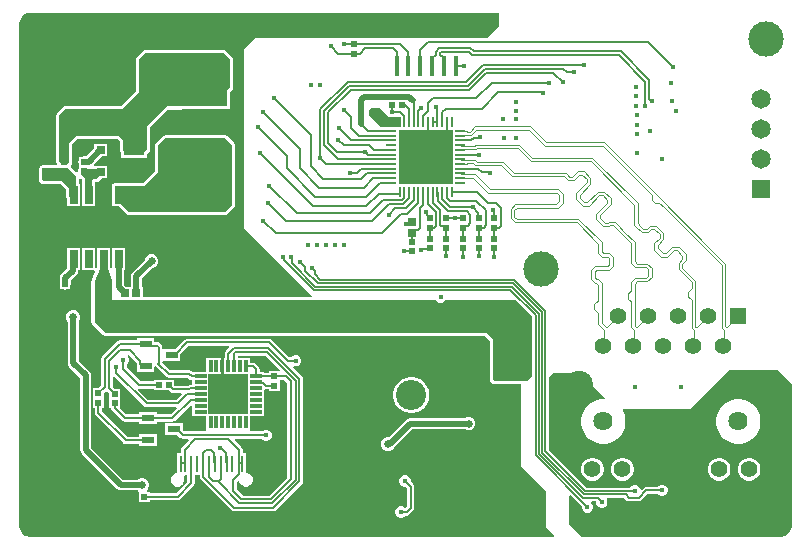
<source format=gbl>
G04*
G04 #@! TF.GenerationSoftware,Altium Limited,Altium Designer,23.8.1 (32)*
G04*
G04 Layer_Physical_Order=4*
G04 Layer_Color=16711680*
%FSLAX44Y44*%
%MOMM*%
G71*
G04*
G04 #@! TF.SameCoordinates,4EFDB198-7814-4870-AD9F-EEE93015B5C1*
G04*
G04*
G04 #@! TF.FilePolarity,Positive*
G04*
G01*
G75*
%ADD12C,0.1500*%
%ADD14C,0.2000*%
%ADD21R,0.4725X0.4682*%
%ADD23R,0.4682X0.4725*%
%ADD24R,0.7154X0.6725*%
%ADD26R,0.6725X0.7154*%
%ADD68C,0.1519*%
%ADD69C,0.1565*%
%ADD71C,0.5000*%
%ADD72C,0.1560*%
%ADD76O,1.0000X1.8000*%
%ADD77O,1.0000X2.1000*%
%ADD78C,3.0000*%
%ADD79C,1.4000*%
%ADD80R,1.4000X1.4000*%
%ADD81C,1.6250*%
%ADD82C,2.4000*%
%ADD83C,2.5500*%
%ADD84C,1.5000*%
%ADD85R,1.6500X1.6500*%
%ADD86C,1.6500*%
%ADD87C,0.4500*%
%ADD88C,0.6500*%
%ADD89R,0.2500X1.4500*%
%ADD90R,4.6500X4.6500*%
%ADD91R,0.2000X0.8500*%
%ADD92R,0.8500X0.2000*%
%ADD93R,3.1000X2.2000*%
%ADD94R,5.7000X1.6000*%
%ADD95R,1.8062X1.6039*%
%ADD96R,0.4000X1.8000*%
%ADD97R,2.0000X1.5000*%
%ADD98R,0.6500X1.5250*%
%ADD99R,3.1000X2.4000*%
%ADD100R,1.1000X1.3500*%
%ADD101R,3.3500X3.3500*%
%ADD102R,1.0000X0.3000*%
%ADD103R,0.3000X1.0000*%
%ADD104R,1.1000X0.6000*%
%ADD105C,0.1180*%
%ADD106C,0.1800*%
G36*
X314391Y360359D02*
X314421Y360287D01*
X315768Y358939D01*
X315841Y358909D01*
X316500Y358250D01*
X317432D01*
X317529Y358210D01*
X319434D01*
X319531Y358250D01*
X325250D01*
X325941Y357559D01*
Y354250D01*
X326000Y353955D01*
Y351250D01*
X324750Y350000D01*
X309500D01*
X299000Y360500D01*
Y364250D01*
X301000Y366250D01*
X308500D01*
X314391Y360359D01*
D02*
G37*
G36*
X409500Y435750D02*
X399000Y425250D01*
X202250Y425250D01*
X193500Y416500D01*
Y265000D01*
X251237Y207263D01*
X250751Y206090D01*
X107648D01*
Y214862D01*
X106659D01*
Y221671D01*
X115699Y230710D01*
X116152D01*
X118280Y231591D01*
X119909Y233220D01*
X120790Y235348D01*
Y237652D01*
X119909Y239780D01*
X118280Y241409D01*
X116152Y242290D01*
X113848D01*
X111720Y241409D01*
X110091Y239780D01*
X109210Y237652D01*
Y237199D01*
X98827Y226815D01*
X97832Y225327D01*
X97483Y223571D01*
Y214862D01*
X93412D01*
X91638Y216636D01*
Y228755D01*
X92300D01*
Y248005D01*
X81800D01*
Y231651D01*
X80530Y231081D01*
X80212Y231364D01*
X80072Y232554D01*
X79962Y232892D01*
X79893Y233241D01*
X79807Y233369D01*
X79760Y233515D01*
X79600Y233702D01*
Y248005D01*
X69100D01*
Y233644D01*
X68991Y233517D01*
X68944Y233370D01*
X68857Y233241D01*
X68788Y232893D01*
X68678Y232556D01*
X68526Y231273D01*
X68170Y230947D01*
X66900Y231505D01*
Y248005D01*
X56400D01*
Y228755D01*
X66231D01*
X67113Y227573D01*
X64361Y221000D01*
X64360Y220995D01*
X64357Y220991D01*
X64259Y220498D01*
X64160Y220010D01*
X64161Y220005D01*
X64160Y220000D01*
Y198625D01*
Y184925D01*
X64162Y184914D01*
X64160Y184903D01*
X64261Y184418D01*
X64357Y183934D01*
X64363Y183925D01*
X64366Y183914D01*
X64644Y183505D01*
X64919Y183094D01*
X64928Y183088D01*
X64934Y183078D01*
X74265Y173903D01*
X74678Y173633D01*
X75089Y173357D01*
X75100Y173355D01*
X75110Y173349D01*
X75595Y173257D01*
X76080Y173160D01*
X397177D01*
X401160Y169177D01*
Y136750D01*
X401224Y136432D01*
X401241Y136107D01*
X401321Y135940D01*
X401357Y135759D01*
X401538Y135489D01*
X401678Y135196D01*
X403178Y133196D01*
X403316Y133073D01*
X403419Y132919D01*
X403689Y132738D01*
X403931Y132522D01*
X404105Y132460D01*
X404259Y132357D01*
X404577Y132294D01*
X404884Y132186D01*
X405069Y132196D01*
X405250Y132160D01*
X428000D01*
Y62500D01*
X448750Y41750D01*
Y11500D01*
X456018Y4232D01*
X455532Y3059D01*
X11750D01*
X9888Y3429D01*
X8133Y4156D01*
X6554Y5211D01*
X5211Y6554D01*
X4156Y8133D01*
X3429Y9888D01*
X3059Y11750D01*
Y12700D01*
Y437300D01*
Y438250D01*
X3429Y440112D01*
X4156Y441867D01*
X5211Y443446D01*
X6554Y444789D01*
X8133Y445844D01*
X9888Y446571D01*
X11750Y446941D01*
X409500D01*
Y435750D01*
D02*
G37*
G36*
X77750Y230132D02*
X81750Y220250D01*
Y203500D01*
X355726D01*
X357037Y202189D01*
X358797Y201460D01*
X360703D01*
X362463Y202189D01*
X363774Y203500D01*
X422985D01*
X429162Y197871D01*
X437250Y189783D01*
Y138750D01*
X433250Y134750D01*
X405250D01*
X403750Y136750D01*
Y170250D01*
X398250Y175750D01*
X76080D01*
X66750Y184925D01*
Y196750D01*
Y220000D01*
X71000Y230153D01*
X71250Y232250D01*
X77500D01*
X77750Y230132D01*
D02*
G37*
G36*
X656941Y132309D02*
Y12700D01*
Y11750D01*
X656571Y9888D01*
X655844Y8133D01*
X654789Y6554D01*
X653446Y5211D01*
X651867Y4156D01*
X650112Y3429D01*
X648250Y3059D01*
X479785D01*
X468500Y13750D01*
Y37987D01*
X469770Y38513D01*
X479317Y28966D01*
Y27461D01*
X480046Y25700D01*
X481394Y24353D01*
X483154Y23624D01*
X485060D01*
X486820Y24353D01*
X488168Y25700D01*
X488897Y27461D01*
Y29366D01*
X488168Y31127D01*
X487159Y32136D01*
X487637Y33406D01*
X491324D01*
X491460Y33203D01*
Y31297D01*
X492189Y29537D01*
X493537Y28189D01*
X495297Y27460D01*
X497203D01*
X498963Y28189D01*
X500311Y29537D01*
X501040Y31297D01*
Y33203D01*
X500311Y34963D01*
X500271Y35003D01*
X500757Y36176D01*
X515143D01*
X517052Y34267D01*
X517962Y33660D01*
X519035Y33446D01*
X527500D01*
X528573Y33660D01*
X529483Y34267D01*
X534911Y39696D01*
X543280D01*
X544537Y38439D01*
X546297Y37710D01*
X548203D01*
X549963Y38439D01*
X551311Y39787D01*
X552040Y41547D01*
Y43453D01*
X551311Y45213D01*
X549963Y46561D01*
X548203Y47290D01*
X546297D01*
X544537Y46561D01*
X543280Y45304D01*
X533750D01*
X532677Y45090D01*
X531767Y44483D01*
X529985Y42701D01*
X528766Y43277D01*
X528083Y44926D01*
X526735Y46274D01*
X524975Y47003D01*
X523069D01*
X521309Y46274D01*
X519961Y44926D01*
X519807Y44554D01*
X483411D01*
X451304Y76661D01*
Y138038D01*
X455480Y142000D01*
X478000D01*
X499090Y120910D01*
X498564Y119640D01*
X495649D01*
X492019Y118918D01*
X488600Y117501D01*
X485522Y115445D01*
X482905Y112828D01*
X480849Y109750D01*
X479432Y106331D01*
X478710Y102701D01*
Y98999D01*
X479432Y95369D01*
X480849Y91950D01*
X482905Y88872D01*
X485522Y86255D01*
X488600Y84199D01*
X492019Y82782D01*
X495649Y82060D01*
X499351D01*
X502981Y82782D01*
X506400Y84199D01*
X509478Y86255D01*
X512095Y88872D01*
X514151Y91950D01*
X515568Y95369D01*
X516290Y98999D01*
Y102701D01*
X515568Y106331D01*
X514151Y109750D01*
X513898Y110130D01*
X514496Y111250D01*
X571250D01*
X604250Y144250D01*
Y144750D01*
X644500D01*
X656941Y132309D01*
D02*
G37*
%LPC*%
G36*
X109250Y415090D02*
X108259Y414893D01*
X107419Y414331D01*
X102419Y409331D01*
X101857Y408491D01*
X101660Y407500D01*
X101660Y380323D01*
X89427Y368090D01*
X42000Y368090D01*
X41009Y367893D01*
X40169Y367331D01*
X35169Y362331D01*
X34607Y361491D01*
X34410Y360500D01*
X34410Y320500D01*
X34607Y319509D01*
X34874Y319110D01*
X34297Y317840D01*
X23250Y317840D01*
X22259Y317643D01*
X21419Y317081D01*
X21407Y317069D01*
X20388D01*
Y316050D01*
X20169Y315831D01*
X19607Y314991D01*
X19410Y314000D01*
X19410Y305750D01*
X19607Y304759D01*
X20169Y303919D01*
X21419Y302669D01*
X22259Y302107D01*
X23250Y301910D01*
X38177D01*
X42910Y297177D01*
Y291250D01*
X43107Y290259D01*
X43669Y289419D01*
X43700Y289398D01*
Y282995D01*
X54200D01*
Y302245D01*
X53840D01*
Y306452D01*
X54943Y306909D01*
X55910Y306119D01*
Y294500D01*
X56107Y293509D01*
X56400Y293071D01*
Y282995D01*
X66900D01*
Y293146D01*
X67143Y293509D01*
X67340Y294500D01*
Y303160D01*
X68605D01*
X68734Y303186D01*
X68864Y303173D01*
X69226Y303284D01*
X69597Y303357D01*
X69706Y303430D01*
X69831Y303468D01*
X70122Y303709D01*
X70437Y303919D01*
X70510Y304028D01*
X70611Y304111D01*
X72676Y306638D01*
X77541D01*
Y317362D01*
X66647D01*
X66243Y317973D01*
X66098Y318610D01*
X72876Y325388D01*
X77541D01*
Y336112D01*
X66388D01*
Y331876D01*
X59871Y325360D01*
X57750D01*
X56507Y325112D01*
X53388D01*
Y321907D01*
X53162Y320771D01*
X53388Y319636D01*
Y315500D01*
X53178Y315221D01*
X53038Y314928D01*
X52857Y314658D01*
X52821Y314476D01*
X52741Y314309D01*
X52724Y313985D01*
X52660Y313667D01*
Y312048D01*
X51390Y311522D01*
X46424Y316488D01*
X46757Y317952D01*
X47081Y318169D01*
X47643Y319009D01*
X47840Y320000D01*
Y335677D01*
X51823Y339660D01*
X86677D01*
X88160Y338177D01*
Y330500D01*
X88357Y329509D01*
X88919Y328669D01*
X89469Y328119D01*
Y323992D01*
X111531D01*
Y327456D01*
X113331Y329256D01*
X113893Y330097D01*
X114090Y331087D01*
Y350177D01*
X128823Y364910D01*
X140000D01*
X140991Y365107D01*
X141205Y365250D01*
X181250D01*
Y379837D01*
X183581Y382169D01*
X184143Y383009D01*
X184340Y384000D01*
X184340Y407000D01*
X184142Y407991D01*
X183581Y408831D01*
X183581Y408831D01*
X178081Y414331D01*
X178081Y414331D01*
X177241Y414893D01*
X176250Y415090D01*
X109250Y415090D01*
D02*
G37*
G36*
X177500Y343090D02*
X126750D01*
X125759Y342893D01*
X124919Y342331D01*
X120837Y338250D01*
X120250D01*
Y337663D01*
X118919Y336331D01*
X118357Y335491D01*
X118160Y334500D01*
Y313073D01*
X109700Y304612D01*
X109274Y303976D01*
X108638Y303550D01*
X107677Y302590D01*
X84000D01*
X83009Y302393D01*
X82788Y302245D01*
X81800D01*
Y301279D01*
X81607Y300991D01*
X81410Y300000D01*
Y290000D01*
X81607Y289009D01*
X81800Y288721D01*
Y282995D01*
X87343D01*
X93919Y276419D01*
X94759Y275857D01*
X95750Y275660D01*
X177250D01*
X178241Y275857D01*
X179081Y276419D01*
X185081Y282419D01*
X185643Y283259D01*
X185840Y284250D01*
Y334750D01*
X185643Y335741D01*
X185081Y336581D01*
X179331Y342331D01*
X178491Y342893D01*
X177500Y343090D01*
D02*
G37*
G36*
X54200Y248005D02*
X43700D01*
Y238073D01*
X43612Y237630D01*
Y230350D01*
X38756Y225494D01*
X37761Y224006D01*
X37412Y222250D01*
Y217022D01*
X37638Y215886D01*
Y212681D01*
X40757D01*
X42000Y212433D01*
X43243Y212681D01*
X46362D01*
Y215886D01*
X46588Y217022D01*
Y220350D01*
X51444Y225206D01*
X52439Y226694D01*
X52788Y228450D01*
Y228755D01*
X54200D01*
Y248005D01*
D02*
G37*
G36*
X49902Y194790D02*
X47598D01*
X45470Y193909D01*
X43842Y192280D01*
X42960Y190152D01*
Y187848D01*
X43842Y185720D01*
X44162Y185400D01*
Y150250D01*
X44511Y148494D01*
X45506Y147006D01*
X54662Y137850D01*
Y76750D01*
X55011Y74994D01*
X56006Y73506D01*
X85756Y43756D01*
X87244Y42761D01*
X89000Y42412D01*
X103400D01*
X103720Y42091D01*
X103720Y42091D01*
X103863Y41984D01*
X104638Y41362D01*
Y32681D01*
X113362D01*
Y33963D01*
X137021D01*
X137022Y33963D01*
X138192Y34195D01*
X139184Y34859D01*
X150663Y46337D01*
X150663Y46337D01*
X151326Y47330D01*
X151559Y48500D01*
X151559Y48500D01*
Y55300D01*
X155691D01*
Y54000D01*
X155691Y54000D01*
X155924Y52829D01*
X156587Y51837D01*
X182837Y25587D01*
X182837Y25587D01*
X183829Y24924D01*
X185000Y24691D01*
X185000Y24691D01*
X217999D01*
X217999Y24691D01*
X219169Y24924D01*
X220162Y25587D01*
X242433Y47858D01*
X242433Y47858D01*
X243096Y48850D01*
X243329Y50021D01*
Y136730D01*
X243329Y136730D01*
X243096Y137900D01*
X242433Y138893D01*
X234817Y146509D01*
X235536Y147586D01*
X236060Y147369D01*
X237966D01*
X239726Y148098D01*
X241074Y149445D01*
X241803Y151206D01*
Y153111D01*
X241074Y154872D01*
X239726Y156219D01*
X237966Y156949D01*
X236060D01*
X234300Y156219D01*
X233389Y155309D01*
X231517D01*
X216913Y169913D01*
X215921Y170576D01*
X214750Y170809D01*
X214750Y170809D01*
X145250D01*
X144080Y170576D01*
X143087Y169913D01*
X143087Y169913D01*
X135174Y162000D01*
X124500D01*
X124059Y163087D01*
Y163828D01*
X124059Y163828D01*
X123826Y164999D01*
X123163Y165991D01*
X123163Y165991D01*
X121991Y167163D01*
X120999Y167826D01*
X119828Y168059D01*
X119828Y168059D01*
X117500D01*
Y171500D01*
X102500D01*
Y169559D01*
X88000D01*
X86830Y169326D01*
X85837Y168663D01*
X85837Y168663D01*
X73337Y156163D01*
X72674Y155170D01*
X72441Y154000D01*
X72441Y154000D01*
Y131288D01*
X70015Y128862D01*
X65638D01*
Y120181D01*
Y112138D01*
X66941D01*
Y108000D01*
X66941Y108000D01*
X67174Y106830D01*
X67837Y105837D01*
X91087Y82587D01*
X92079Y81924D01*
X93250Y81691D01*
X104250D01*
Y79750D01*
X119250D01*
Y89750D01*
X104250D01*
Y87809D01*
X94517D01*
X73059Y109267D01*
Y112138D01*
X74362D01*
Y124558D01*
X75914Y126109D01*
X77007Y126667D01*
X79388Y124287D01*
Y111888D01*
X80763D01*
X80924Y111080D01*
X81587Y110087D01*
X90087Y101587D01*
X90087Y101587D01*
X91079Y100924D01*
X92250Y100691D01*
X104250D01*
Y98750D01*
X119250D01*
Y100691D01*
X132750D01*
X132750Y100691D01*
X133920Y100924D01*
X134913Y101587D01*
X148230Y114904D01*
X149500Y114378D01*
Y105500D01*
X161500D01*
Y93500D01*
X161500D01*
X161262Y92329D01*
X142497D01*
X141250Y93576D01*
Y99250D01*
X126250D01*
Y89250D01*
X136924D01*
X139067Y87107D01*
X140059Y86444D01*
X141230Y86211D01*
X141230Y86211D01*
X146226D01*
X146712Y85038D01*
X140837Y79163D01*
X140174Y78170D01*
X139941Y77000D01*
X139941Y77000D01*
Y73800D01*
X136750D01*
Y57290D01*
X135948D01*
X133820Y56409D01*
X132191Y54780D01*
X131310Y52652D01*
Y50348D01*
X132191Y48220D01*
X133820Y46592D01*
X135948Y45710D01*
X138252D01*
X140380Y46592D01*
X142008Y48220D01*
X142890Y50348D01*
Y52652D01*
X142319Y54030D01*
X143148Y55300D01*
X145441D01*
Y49767D01*
X135754Y40080D01*
X113362D01*
Y41362D01*
X111347D01*
X110821Y42632D01*
X111909Y43720D01*
X112790Y45848D01*
Y48152D01*
X111909Y50280D01*
X110280Y51908D01*
X108152Y52790D01*
X105848D01*
X103720Y51908D01*
X103400Y51588D01*
X90900D01*
X63838Y78650D01*
Y139750D01*
X63489Y141506D01*
X62494Y142994D01*
X53338Y152150D01*
Y185400D01*
X53658Y185720D01*
X54540Y187848D01*
Y190152D01*
X53658Y192280D01*
X52030Y193909D01*
X49902Y194790D01*
D02*
G37*
G36*
X336506Y138410D02*
X333494D01*
X330540Y137822D01*
X327757Y136670D01*
X325253Y134997D01*
X323124Y132867D01*
X321450Y130363D01*
X320298Y127580D01*
X319710Y124626D01*
Y121614D01*
X320298Y118660D01*
X321450Y115878D01*
X323124Y113373D01*
X325253Y111243D01*
X327757Y109570D01*
X330540Y108418D01*
X333494Y107830D01*
X336506D01*
X339460Y108418D01*
X342243Y109570D01*
X344747Y111243D01*
X346876Y113373D01*
X348550Y115878D01*
X349702Y118660D01*
X350290Y121614D01*
Y124626D01*
X349702Y127580D01*
X348550Y130363D01*
X346876Y132867D01*
X344747Y134997D01*
X342243Y136670D01*
X339460Y137822D01*
X336506Y138410D01*
D02*
G37*
G36*
X384652Y104790D02*
X382348D01*
X380220Y103909D01*
X379900Y103588D01*
X334000D01*
X332244Y103239D01*
X330756Y102244D01*
X316114Y87603D01*
X314164D01*
X312036Y86721D01*
X310408Y85092D01*
X309526Y82964D01*
Y80661D01*
X310408Y78533D01*
X312036Y76904D01*
X314164Y76023D01*
X316468D01*
X318596Y76904D01*
X320224Y78533D01*
X320368Y78879D01*
X335900Y94412D01*
X379900D01*
X380220Y94092D01*
X382348Y93210D01*
X384652D01*
X386780Y94092D01*
X388409Y95720D01*
X389290Y97848D01*
Y100152D01*
X388409Y102280D01*
X386780Y103909D01*
X384652Y104790D01*
D02*
G37*
G36*
X330453Y55290D02*
X328547D01*
X326787Y54561D01*
X325439Y53213D01*
X324710Y51453D01*
Y49547D01*
X325439Y47787D01*
X326787Y46439D01*
X328547Y45710D01*
X329964D01*
X331441Y44233D01*
Y28958D01*
X329740Y27257D01*
X328840Y28157D01*
X327080Y28887D01*
X325174D01*
X323413Y28157D01*
X322066Y26810D01*
X321337Y25050D01*
Y23144D01*
X322066Y21383D01*
X323413Y20036D01*
X325174Y19307D01*
X327080D01*
X328840Y20036D01*
X329842Y21038D01*
X330905D01*
X330906Y21038D01*
X332076Y21271D01*
X333068Y21934D01*
X336663Y25528D01*
X336663Y25528D01*
X337326Y26521D01*
X337559Y27691D01*
X337559Y27691D01*
Y45500D01*
X337559Y45500D01*
X337326Y46670D01*
X336663Y47663D01*
X334290Y50036D01*
Y51453D01*
X333561Y53213D01*
X332213Y54561D01*
X330453Y55290D01*
D02*
G37*
%LPD*%
G36*
X176250Y412500D02*
X181750Y407000D01*
X181750Y384000D01*
X174000Y376250D01*
X142750D01*
X142750Y370250D01*
X140000Y367500D01*
X127750D01*
X111500Y351250D01*
Y331087D01*
X109163Y328750D01*
X92500D01*
X90750Y330500D01*
Y339250D01*
X87750Y342250D01*
X50750D01*
X45250Y336750D01*
Y320000D01*
X45000D01*
X43500Y318500D01*
X39000D01*
X38000Y319500D01*
X37000Y320500D01*
X37000Y360500D01*
X42000Y365500D01*
X90500Y365500D01*
X104625Y379625D01*
X104250Y380000D01*
X104250Y407500D01*
X109250Y412500D01*
X176250Y412500D01*
D02*
G37*
G36*
X72000Y313500D02*
Y309902D01*
X68605Y305750D01*
X65250D01*
X64750Y305250D01*
Y294500D01*
X64000Y293750D01*
X59000D01*
Y294000D01*
X58500Y294500D01*
Y299813D01*
Y307250D01*
X55250Y310500D01*
Y313667D01*
X56062Y314750D01*
X70750Y314750D01*
X72000Y313500D01*
D02*
G37*
G36*
X51250Y308000D02*
Y291500D01*
X51000Y291250D01*
X45500D01*
Y298250D01*
X39250Y304500D01*
X23250D01*
X22000Y305750D01*
X22000Y314000D01*
X23250Y315250D01*
X44000Y315250D01*
X51250Y308000D01*
D02*
G37*
G36*
X183250Y334750D02*
Y284250D01*
X177250Y278250D01*
X95750D01*
X84000Y290000D01*
Y290250D01*
Y300000D01*
X108750D01*
X110469Y301719D01*
X111531D01*
Y302781D01*
X120750Y312000D01*
Y334500D01*
X126750Y340500D01*
X177500D01*
X183250Y334750D01*
D02*
G37*
%LPC*%
G36*
X152750Y298838D02*
X148250D01*
X146494Y298489D01*
X145006Y297494D01*
X144011Y296006D01*
X143662Y294250D01*
X144011Y292494D01*
X145006Y291006D01*
X146494Y290011D01*
X148250Y289662D01*
X152750D01*
X154506Y290011D01*
X155994Y291006D01*
X156989Y292494D01*
X157338Y294250D01*
X156989Y296006D01*
X155994Y297494D01*
X154506Y298489D01*
X152750Y298838D01*
D02*
G37*
%LPD*%
G36*
X223456Y144593D02*
X222891Y143362D01*
X214638D01*
Y142070D01*
X210500D01*
Y142500D01*
X206559D01*
Y145000D01*
X206326Y146171D01*
X205663Y147163D01*
X205663Y147163D01*
X203163Y149663D01*
X202171Y150326D01*
X201000Y150559D01*
X201000Y150559D01*
X198500D01*
Y154500D01*
X188059D01*
Y156441D01*
X211609D01*
X223456Y144593D01*
D02*
G37*
G36*
X102500Y150674D02*
Y142500D01*
X117500D01*
Y147124D01*
X118331Y147510D01*
X118770Y147561D01*
X127494Y138837D01*
X127494Y138837D01*
X128486Y138174D01*
X129657Y137941D01*
X145733D01*
X146837Y136837D01*
X146837Y136837D01*
X147830Y136174D01*
X149000Y135941D01*
X149500Y134864D01*
Y132059D01*
X147713D01*
X146543Y131826D01*
X145551Y131163D01*
X145551Y131163D01*
X145469Y131081D01*
X134745D01*
X134112Y131713D01*
Y136112D01*
X117388D01*
Y134809D01*
X105767D01*
X94287Y146289D01*
Y149513D01*
X95061Y150287D01*
X95790Y152047D01*
Y153953D01*
X95061Y155713D01*
X94832Y155942D01*
X95264Y157306D01*
X95778Y157396D01*
X102500Y150674D01*
D02*
G37*
G36*
X229941Y133484D02*
Y53267D01*
X214733Y38059D01*
X192267D01*
X187059Y43267D01*
Y49733D01*
X187937Y50611D01*
X189215Y50094D01*
X189991Y48220D01*
X191620Y46592D01*
X193748Y45710D01*
X196052D01*
X198180Y46592D01*
X199809Y48220D01*
X200690Y50348D01*
Y52652D01*
X199809Y54780D01*
X198180Y56409D01*
X196052Y57290D01*
X195250D01*
Y73800D01*
X192059D01*
Y77000D01*
X192059Y77000D01*
X191826Y78170D01*
X191163Y79163D01*
X191163Y79163D01*
X185288Y85038D01*
X185774Y86211D01*
X208015D01*
X209287Y84939D01*
X211047Y84210D01*
X212953D01*
X214713Y84939D01*
X216061Y86287D01*
X216790Y88047D01*
Y89953D01*
X216061Y91713D01*
X214713Y93061D01*
X212953Y93790D01*
X211047D01*
X209287Y93061D01*
X208555Y92329D01*
X198738D01*
X198500Y93500D01*
X198500D01*
Y105500D01*
X210500D01*
Y115500D01*
Y127145D01*
X211770Y128035D01*
X212243Y127941D01*
X212243Y127941D01*
X214638D01*
Y126638D01*
X223362D01*
Y135963D01*
X227463D01*
X229941Y133484D01*
D02*
G37*
G36*
X104500Y128691D02*
X117388D01*
Y127388D01*
X129787D01*
X131315Y125859D01*
X132307Y125196D01*
X133478Y124964D01*
X139978D01*
X140464Y123790D01*
X135983Y119309D01*
X112017D01*
X103788Y127538D01*
X104413Y128708D01*
X104500Y128691D01*
D02*
G37*
G36*
X180942Y163518D02*
X177837Y160413D01*
X177174Y159420D01*
X176941Y158250D01*
X176941Y158250D01*
Y154500D01*
X176500D01*
Y140500D01*
X196500D01*
Y130500D01*
Y120500D01*
Y107500D01*
X163500D01*
Y120500D01*
Y130500D01*
Y140500D01*
X173500D01*
Y154500D01*
X161500D01*
Y142500D01*
X149826D01*
X149163Y143163D01*
X148170Y143826D01*
X147000Y144059D01*
X147000Y144059D01*
X130924D01*
X124078Y150905D01*
X124527Y152000D01*
X139500D01*
Y157674D01*
X146517Y164691D01*
X180456D01*
X180942Y163518D01*
D02*
G37*
G36*
X108587Y114087D02*
X108587Y114087D01*
X109579Y113424D01*
X110750Y113191D01*
X136069D01*
X136595Y111921D01*
X131483Y106809D01*
X119250D01*
Y108750D01*
X104250D01*
Y106809D01*
X93517D01*
X88112Y112213D01*
Y119931D01*
Y128612D01*
X83713D01*
X82229Y130097D01*
Y138649D01*
X83499Y139176D01*
X108587Y114087D01*
D02*
G37*
%LPC*%
G36*
X613651Y119640D02*
X609949D01*
X606319Y118918D01*
X602900Y117501D01*
X599822Y115445D01*
X597205Y112828D01*
X595149Y109750D01*
X593732Y106331D01*
X593010Y102701D01*
Y98999D01*
X593732Y95369D01*
X595149Y91950D01*
X597205Y88872D01*
X599822Y86255D01*
X602900Y84199D01*
X606319Y82782D01*
X609949Y82060D01*
X613651D01*
X617281Y82782D01*
X620700Y84199D01*
X623778Y86255D01*
X626395Y88872D01*
X628451Y91950D01*
X629868Y95369D01*
X630590Y98999D01*
Y102701D01*
X629868Y106331D01*
X628451Y109750D01*
X626395Y112828D01*
X623778Y115445D01*
X620700Y117501D01*
X617281Y118918D01*
X613651Y119640D01*
D02*
G37*
G36*
X622206Y69790D02*
X619694D01*
X617268Y69140D01*
X615092Y67884D01*
X613316Y66108D01*
X612060Y63932D01*
X611410Y61506D01*
Y58994D01*
X612060Y56568D01*
X613316Y54392D01*
X615092Y52616D01*
X617268Y51360D01*
X619694Y50710D01*
X622206D01*
X624632Y51360D01*
X626808Y52616D01*
X628584Y54392D01*
X629840Y56568D01*
X630490Y58994D01*
Y61506D01*
X629840Y63932D01*
X628584Y66108D01*
X626808Y67884D01*
X624632Y69140D01*
X622206Y69790D01*
D02*
G37*
G36*
X596806D02*
X594294D01*
X591868Y69140D01*
X589692Y67884D01*
X587916Y66108D01*
X586660Y63932D01*
X586010Y61506D01*
Y58994D01*
X586660Y56568D01*
X587916Y54392D01*
X589692Y52616D01*
X591868Y51360D01*
X594294Y50710D01*
X596806D01*
X599232Y51360D01*
X601408Y52616D01*
X603184Y54392D01*
X604440Y56568D01*
X605090Y58994D01*
Y61506D01*
X604440Y63932D01*
X603184Y66108D01*
X601408Y67884D01*
X599232Y69140D01*
X596806Y69790D01*
D02*
G37*
G36*
X515006D02*
X512494D01*
X510068Y69140D01*
X507892Y67884D01*
X506116Y66108D01*
X504860Y63932D01*
X504210Y61506D01*
Y58994D01*
X504860Y56568D01*
X506116Y54392D01*
X507892Y52616D01*
X510068Y51360D01*
X512494Y50710D01*
X515006D01*
X517432Y51360D01*
X519608Y52616D01*
X521384Y54392D01*
X522640Y56568D01*
X523290Y58994D01*
Y61506D01*
X522640Y63932D01*
X521384Y66108D01*
X519608Y67884D01*
X517432Y69140D01*
X515006Y69790D01*
D02*
G37*
G36*
X489606D02*
X487094D01*
X484668Y69140D01*
X482492Y67884D01*
X480716Y66108D01*
X479460Y63932D01*
X478810Y61506D01*
Y58994D01*
X479460Y56568D01*
X480716Y54392D01*
X482492Y52616D01*
X484668Y51360D01*
X487094Y50710D01*
X489606D01*
X492032Y51360D01*
X494208Y52616D01*
X495984Y54392D01*
X497240Y56568D01*
X497890Y58994D01*
Y61506D01*
X497240Y63932D01*
X495984Y66108D01*
X494208Y67884D01*
X492032Y69140D01*
X489606Y69790D01*
D02*
G37*
%LPD*%
D12*
X253645Y215020D02*
X419895D01*
X418748Y212250D02*
X440190Y190808D01*
X252498Y212250D02*
X418748D01*
X419895Y215020D02*
X442960Y191955D01*
X422190Y220560D02*
X448500Y194250D01*
X226909Y237839D02*
X252498Y212250D01*
X233791Y234874D02*
X253645Y215020D01*
X421043Y217790D02*
X445730Y193103D01*
X253087Y225413D02*
X257940Y220560D01*
X255625Y217790D02*
X421043D01*
X257940Y220560D02*
X422190D01*
X245210Y228205D02*
X255625Y217790D01*
X241000Y235500D02*
X245210Y231290D01*
Y228205D02*
Y231290D01*
X440190Y72058D02*
X483999Y28249D01*
X250750Y230459D02*
X253087Y228121D01*
X250750Y230459D02*
Y230500D01*
X253087Y225413D02*
Y228121D01*
X226909Y237839D02*
Y239413D01*
X233374Y240124D02*
X233791Y239706D01*
Y234874D02*
Y239706D01*
X226335Y239987D02*
X226909Y239413D01*
X496250Y32250D02*
Y32745D01*
X492785Y36210D02*
X496250Y32745D01*
X479955Y36210D02*
X492785D01*
X516305Y38980D02*
X519035Y36250D01*
X527500D01*
X533750Y42500D01*
X448500Y75500D02*
X482250Y41750D01*
X481103Y38980D02*
X516305D01*
X482250Y41750D02*
X524000D01*
X445730Y74353D02*
X481103Y38980D01*
X533750Y42500D02*
X547250D01*
X445730Y74353D02*
Y193103D01*
X440190Y72058D02*
Y190808D01*
X448500Y75500D02*
Y194250D01*
X442960Y73205D02*
Y191955D01*
Y73205D02*
X479955Y36210D01*
D14*
X171812Y49188D02*
X189270Y31730D01*
X171812Y49188D02*
Y50562D01*
X173500Y52250D02*
Y64550D01*
X171812Y50562D02*
X173500Y52250D01*
X166812Y50562D02*
X171812D01*
X163500Y53875D02*
X166812Y50562D01*
X163500Y53875D02*
Y64550D01*
X158750Y54000D02*
Y65700D01*
X185000Y27750D02*
X217999D01*
X158750Y54000D02*
X185000Y27750D01*
X217999D02*
X240270Y50021D01*
X158500Y65950D02*
X158750Y65700D01*
X158500Y65950D02*
Y73693D01*
X161537Y76730D01*
X342500Y401750D02*
Y415250D01*
X349250Y422000D02*
X535500D01*
X342500Y415250D02*
X349250Y422000D01*
X372750Y401500D02*
X379750D01*
X372500Y401750D02*
X372750Y401500D01*
X535500Y422000D02*
X556500Y401000D01*
X282395Y385020D02*
X382645D01*
X384000Y381750D02*
X398460Y396210D01*
X257750Y365000D02*
X281040Y388290D01*
X261020Y363646D02*
X282395Y385020D01*
X381290Y388290D02*
X395750Y402750D01*
X283749Y381750D02*
X384000D01*
X264500Y362501D02*
X283749Y381750D01*
X382645Y385020D02*
X397104Y399480D01*
X281040Y388290D02*
X381290D01*
X362125Y344125D02*
X365000Y347000D01*
X349625Y332625D02*
X361125Y344125D01*
X362125D01*
X347000Y324750D02*
X349625Y327375D01*
X360960Y344750D02*
X361000D01*
X365000Y347000D02*
Y354250D01*
X349625Y327375D02*
Y332625D01*
X349000Y326750D02*
Y332000D01*
Y333250D02*
Y354250D01*
X463241Y388000D02*
X463750D01*
X455031Y396210D02*
X463241Y388000D01*
X466500Y396285D02*
X472715D01*
X472750Y396250D01*
X463305Y399480D02*
X466500Y396285D01*
X397104Y399480D02*
X463305D01*
X481022Y402728D02*
X481500Y402250D01*
X479232Y402750D02*
X479254Y402728D01*
X481022D01*
X395750Y402750D02*
X479232D01*
X389750Y374250D02*
X403250Y387750D01*
X451750D01*
X353250Y374250D02*
X389750D01*
X394750Y365750D02*
X408618Y379618D01*
X364000Y365750D02*
X394750D01*
X361000Y362750D02*
X364000Y365750D01*
X408618Y379618D02*
X444114D01*
X444254Y379478D02*
X446022D01*
X446500Y379000D01*
X444114Y379618D02*
X444254Y379478D01*
X330105Y268002D02*
X333966D01*
X335750Y269786D01*
X404417Y279133D02*
X405250Y278300D01*
X404417Y279133D02*
Y279809D01*
X405250Y272750D02*
Y278300D01*
X387500Y282000D02*
X391831Y277669D01*
Y272920D02*
Y277669D01*
X364500Y272750D02*
X364625Y272875D01*
X371625D01*
X391831Y272920D02*
X392000Y272750D01*
X347000Y324750D02*
X349000Y326750D01*
X318482Y363000D02*
X318771D01*
X318960Y363188D02*
Y367731D01*
X319000Y363000D02*
X325742D01*
X318771D02*
X318960Y363188D01*
Y367731D02*
X319979Y368750D01*
X329000Y354250D02*
Y359743D01*
X325742Y363000D02*
X329000Y359743D01*
X278000Y364750D02*
X284114Y358636D01*
Y348886D02*
Y358636D01*
X290250Y342750D02*
X317500D01*
X284114Y348886D02*
X290250Y342750D01*
X387750Y341077D02*
X392827D01*
X393000Y341250D01*
X385423Y338750D02*
X387750Y341077D01*
X391500Y314750D02*
X394619Y311631D01*
X401272D01*
X401750Y311152D01*
X387750Y314750D02*
X391500D01*
X376500Y314750D02*
X387750D01*
X387750Y314750D01*
X376500Y338750D02*
X385423D01*
X398460Y396210D02*
X455031D01*
X349000Y370000D02*
X353250Y374250D01*
X361000Y354250D02*
Y362750D01*
X261020Y334980D02*
Y363646D01*
X264500Y336250D02*
Y362501D01*
X257750Y323750D02*
Y365000D01*
X272000Y328750D02*
X296000D01*
X264500Y336250D02*
X272000Y328750D01*
X261020Y334980D02*
X273250Y322750D01*
X317500D01*
X257750Y323750D02*
X262750Y318750D01*
X317500D01*
X292500Y314750D02*
X317500D01*
X289250Y311500D02*
X292500Y314750D01*
X283000Y311500D02*
X289250D01*
X298000Y346750D02*
X317500D01*
X292000Y352750D02*
X298000Y346750D01*
X284000Y338750D02*
X317500D01*
X273500Y349250D02*
X284000Y338750D01*
X298676Y326750D02*
X317500D01*
X296677Y328750D02*
X298676Y326750D01*
X296000Y328750D02*
X296677D01*
X337000Y354250D02*
Y372074D01*
X336500Y372574D02*
Y373250D01*
Y372574D02*
X337000Y372074D01*
X328250Y368750D02*
X329750D01*
X333000Y354250D02*
Y365500D01*
X329750Y368750D02*
X333000Y365500D01*
X345000Y359743D02*
X349000Y363743D01*
Y370000D01*
X341000Y363823D02*
X343000Y365824D01*
X341000Y354250D02*
Y363823D01*
X343000Y365824D02*
Y366500D01*
X356250Y366073D02*
Y366750D01*
X357000Y354250D02*
Y365324D01*
X356250Y366073D02*
X357000Y365324D01*
X345000Y354250D02*
Y359743D01*
X315750Y276000D02*
X321421Y281671D01*
X330671D01*
X353000Y354250D02*
X357000D01*
X376500Y326750D02*
X391023D01*
X330671Y281671D02*
X337000Y288000D01*
Y295250D01*
X347750Y278500D02*
X348228Y278022D01*
Y275500D02*
Y278022D01*
Y275500D02*
X350979Y272750D01*
X351000D01*
X371750Y273000D02*
X371875Y272875D01*
X378875D02*
X379000Y272750D01*
X371875Y272875D02*
X378875D01*
X371625Y272875D02*
X371750Y273000D01*
X326127Y24097D02*
X330906D01*
X334500Y27691D01*
Y45500D01*
X85000Y142000D02*
X110750Y116250D01*
X85000Y147250D02*
X85000Y147250D01*
X91228Y145022D02*
Y152772D01*
X91000Y153000D02*
X91228Y152772D01*
X85000Y142000D02*
Y147250D01*
X286250Y411978D02*
X291227D01*
X273272D02*
X286250D01*
X236500Y152250D02*
X236750Y152000D01*
X230250Y152250D02*
X236500D01*
X214750Y167750D02*
X230250Y152250D01*
X145250Y167750D02*
X214750D01*
X134500Y157000D02*
X145250Y167750D01*
X132000Y157000D02*
X134500D01*
X266750Y418500D02*
X273272Y411978D01*
X75500Y130021D02*
Y154000D01*
X70000Y124522D02*
X75500Y130021D01*
Y154000D02*
X88000Y166500D01*
X91228Y145022D02*
X104500Y131750D01*
X121728D01*
X79170Y151920D02*
X88250Y161000D01*
X79170Y128830D02*
X83729Y124271D01*
X79170Y128830D02*
Y151920D01*
X96500Y161000D02*
X105629Y151871D01*
X88250Y161000D02*
X96500D01*
X88000Y166500D02*
X110000D01*
X110750Y116250D02*
X137250D01*
X83729Y124271D02*
X83750D01*
X133478Y128022D02*
X146736D01*
X130500Y131000D02*
X133478Y128022D01*
X147000Y141000D02*
X149000Y139000D01*
X156500D01*
X129657Y141000D02*
X147000D01*
X147713Y129000D02*
X156500D01*
X120828Y149828D02*
X129657Y141000D01*
X146736Y128022D02*
X147713Y129000D01*
X161537Y76730D02*
X165463D01*
X173768Y77512D02*
X174681D01*
X173290Y77990D02*
X173768Y77512D01*
X168250Y66200D02*
Y73943D01*
X165463Y76730D02*
X168250Y73943D01*
X178250Y66200D02*
Y73943D01*
X168250Y66200D02*
X168500Y65950D01*
X174681Y77512D02*
X178250Y73943D01*
X211730Y89270D02*
X212000Y89000D01*
X152000Y86000D02*
X180000D01*
X141230Y89270D02*
X211730D01*
X136250Y94250D02*
X141230Y89270D01*
X143000Y77000D02*
X152000Y86000D01*
X180000D02*
X189000Y77000D01*
X178250Y66200D02*
X178500Y65950D01*
X278250Y420000D02*
X278261Y420011D01*
X286239D02*
X286250Y420022D01*
X278261Y420011D02*
X286239D01*
X332000Y402250D02*
Y413250D01*
X286250Y420022D02*
X325229D01*
X332000Y413250D01*
X322500Y401750D02*
Y413646D01*
X319394Y416752D02*
X322500Y413646D01*
X296000Y416752D02*
X319394D01*
X291227Y411978D02*
X296000Y416752D01*
X70000Y108000D02*
Y116479D01*
X111750Y103750D02*
X132750D01*
X92250D02*
X111750D01*
X83750Y112250D02*
Y116229D01*
Y112250D02*
X92250Y103750D01*
X70000Y108000D02*
X93250Y84750D01*
X185000Y147500D02*
Y158328D01*
X186172Y159500D02*
X212875D01*
X185000Y158328D02*
X186172Y159500D01*
X180000Y158250D02*
X185000Y163250D01*
X212875Y159500D02*
X237000Y135375D01*
X180000Y147500D02*
Y158250D01*
X185000Y163250D02*
X213750D01*
X240270Y136730D01*
X329500Y50500D02*
X334500Y45500D01*
X107629Y147500D02*
X110000D01*
X105629Y149500D02*
Y151871D01*
Y149500D02*
X107629Y147500D01*
X137250Y116250D02*
X145000Y124000D01*
X233000Y52000D02*
Y134751D01*
X237000Y51375D02*
Y135375D01*
X228730Y139022D02*
X233000Y134751D01*
X219021Y139022D02*
X228730D01*
X240270Y50021D02*
Y136730D01*
X120828Y149828D02*
X121000Y150000D01*
X119828Y165000D02*
X121000Y163828D01*
Y150000D02*
Y163828D01*
X111500Y165000D02*
X119828D01*
X110000Y166500D02*
X111500Y165000D01*
X109000Y37022D02*
X137022D01*
X148500Y48500D01*
Y65950D01*
X216000Y35000D02*
X233000Y52000D01*
X191000Y35000D02*
X216000D01*
X184000Y42000D02*
Y51000D01*
Y42000D02*
X191000Y35000D01*
X184000Y51000D02*
X189000Y56000D01*
X217354Y31730D02*
X237000Y51375D01*
X189270Y31730D02*
X217354D01*
X133750Y94250D02*
X136250D01*
X132750Y103750D02*
X148000Y119000D01*
X156500D01*
X145000Y124000D02*
X156500D01*
X189000Y56000D02*
Y65950D01*
X192000D01*
X189000D02*
Y77000D01*
X143000Y65950D02*
Y77000D01*
X212243Y131000D02*
X219000D01*
X218989Y139011D02*
X219000Y139022D01*
X203511Y139011D02*
X218989D01*
X203500Y139000D02*
X203511Y139011D01*
X203500Y134000D02*
X204000Y133500D01*
X208672D02*
X208672Y133500D01*
X209743D02*
X212243Y131000D01*
X204000Y133500D02*
X208672D01*
X208672Y133500D02*
X209743D01*
X203500Y139000D02*
Y145000D01*
X195000Y147500D02*
X201000D01*
X203500Y145000D01*
X140000Y65950D02*
X143000D01*
X93250Y84750D02*
X111750D01*
D21*
X335500Y244979D02*
D03*
Y253022D02*
D03*
X364500Y247229D02*
D03*
Y255271D02*
D03*
X350750Y247229D02*
D03*
Y255271D02*
D03*
X379000Y247229D02*
D03*
Y255271D02*
D03*
X392000Y247229D02*
D03*
Y255271D02*
D03*
X405000Y247229D02*
D03*
Y255271D02*
D03*
X379000Y264707D02*
D03*
Y272750D02*
D03*
X364500Y272750D02*
D03*
Y264707D02*
D03*
X405250Y272750D02*
D03*
Y264707D02*
D03*
X392000Y264707D02*
D03*
Y272750D02*
D03*
X351000Y272750D02*
D03*
Y264707D02*
D03*
X286250Y411978D02*
D03*
Y420022D02*
D03*
X57750Y320771D02*
D03*
Y312729D02*
D03*
X41250Y312729D02*
D03*
Y320771D02*
D03*
X24750Y320771D02*
D03*
Y312729D02*
D03*
X42000Y208979D02*
D03*
Y217022D02*
D03*
X219000Y130978D02*
D03*
Y139022D02*
D03*
X109000Y37022D02*
D03*
Y28979D02*
D03*
X70000Y116479D02*
D03*
Y124522D02*
D03*
X83750Y116229D02*
D03*
Y124271D02*
D03*
D23*
X318979Y368750D02*
D03*
X327021D02*
D03*
X121728Y131750D02*
D03*
X129771D02*
D03*
D24*
X81536Y312000D02*
D03*
X71964D02*
D03*
Y330750D02*
D03*
X81536D02*
D03*
X102071Y209500D02*
D03*
X92500D02*
D03*
D26*
X335750Y269786D02*
D03*
Y260214D02*
D03*
D68*
X538699Y371716D02*
X538817D01*
X536319Y379421D02*
X536319Y379421D01*
Y389875D01*
X536319Y374096D02*
Y379421D01*
X384854Y416841D02*
X387626Y414069D01*
X512125D01*
X358675Y416841D02*
X384854D01*
X512125Y414069D02*
X536319Y389875D01*
X536319Y374096D02*
X538699Y371716D01*
X533000Y380796D02*
X533000Y380796D01*
X533000Y367750D02*
X533000Y367750D01*
Y380796D02*
Y388500D01*
X533000Y367750D02*
Y380796D01*
X383479Y413522D02*
X386251Y410750D01*
X510750D01*
X360049Y413522D02*
X383479D01*
X510750Y410750D02*
X533000Y388500D01*
X352500Y408750D02*
X353741Y409991D01*
X354951D02*
X355840Y410880D01*
X352500Y401750D02*
Y408750D01*
X355840Y410880D02*
Y414007D01*
X362500Y401750D02*
Y408750D01*
X355840Y414007D02*
X358675Y416841D01*
X359160Y410880D02*
Y412632D01*
Y410880D02*
X360049Y409991D01*
X353741D02*
X354951D01*
X361259D02*
X362500Y408750D01*
X360049Y409991D02*
X361259D01*
X359160Y412632D02*
X360049Y413522D01*
D69*
X326935Y288000D02*
X328782Y289848D01*
X315723Y284723D02*
X327668D01*
X300000Y277000D02*
X311000Y288000D01*
X326935D01*
X327668Y284723D02*
X332782Y289838D01*
X301750Y270750D02*
X315723Y284723D01*
X249750Y316750D02*
Y343250D01*
X218500Y374500D02*
X249750Y343250D01*
X209250Y363000D02*
X240500Y331750D01*
Y315000D02*
Y331750D01*
X205500Y350000D02*
X229750Y325750D01*
Y315000D02*
Y325750D01*
X328750Y245250D02*
X335479D01*
X343979Y246728D02*
X350522D01*
X343500Y246250D02*
X343979Y246728D01*
X214750Y300250D02*
X238000Y277000D01*
X300000D01*
X214000Y285500D02*
X228750Y270750D01*
X301750D01*
X229750Y315000D02*
X253750Y291000D01*
X296500D01*
X308250Y302750D01*
X294516Y298500D02*
X302766Y306750D01*
X240500Y315000D02*
X257000Y298500D01*
X294516D01*
X249750Y316750D02*
X260572Y305928D01*
X292677D02*
X297500Y310750D01*
X260572Y305928D02*
X292677D01*
X308250Y302750D02*
X317500D01*
X302766Y306750D02*
X317500D01*
X297500Y310750D02*
X317500D01*
X379000Y240250D02*
Y247229D01*
X364500Y240500D02*
Y247457D01*
X392000Y240500D02*
Y247479D01*
X405000Y240000D02*
Y247207D01*
X328782Y289848D02*
Y295033D01*
X329000Y295250D01*
X332782Y289838D02*
Y295033D01*
X333000Y295250D01*
D71*
X292000Y352750D02*
Y372821D01*
X294929Y375750D01*
X333250D01*
X335750Y373250D02*
X336500D01*
X333250Y375750D02*
X335750Y373250D01*
X336500D02*
X336500Y373250D01*
X148250Y294250D02*
X152750D01*
X48750Y150250D02*
Y189000D01*
Y150250D02*
X59250Y139750D01*
Y76750D02*
Y139750D01*
X102071Y209500D02*
Y223571D01*
X115000Y236500D01*
X59250Y76750D02*
X89000Y47000D01*
X61771Y320771D02*
X71750Y330750D01*
X57750Y320771D02*
X61771D01*
X71750Y330750D02*
X71964D01*
X334000Y99000D02*
X383500D01*
X317000Y82000D02*
X334000Y99000D01*
X48200Y228450D02*
Y237630D01*
X48950Y238380D01*
X42000Y217022D02*
Y222250D01*
X48200Y228450D01*
X87050Y214736D02*
X92286Y209500D01*
X87050Y214736D02*
Y238380D01*
X89000Y47000D02*
X107000D01*
D72*
X251500Y283500D02*
X297000D01*
X207000Y328000D02*
X251500Y283500D01*
X335479Y245250D02*
X335750Y245522D01*
X335500Y259964D02*
X335750Y260214D01*
X335500Y253022D02*
Y259964D01*
X405000Y264457D02*
X405250Y264707D01*
X405000Y255271D02*
Y264457D01*
X392000Y255271D02*
Y264707D01*
X392000Y264707D01*
X379000Y255272D02*
Y264707D01*
X379000Y255271D02*
X379000Y255272D01*
Y264707D02*
X380561Y266268D01*
X382768D01*
X385000Y268500D02*
Y275500D01*
X382768Y266268D02*
X385000Y268500D01*
X364500Y255271D02*
Y264707D01*
X350750Y255271D02*
X351000Y255522D01*
Y264707D01*
X350522Y246728D02*
X351000Y247207D01*
X220000Y260250D02*
X310000D01*
X325892Y276142D02*
X331642D01*
X310000Y260250D02*
X325892Y276142D01*
X400000Y285750D02*
X407000D01*
X411000Y281750D01*
Y266250D02*
Y281750D01*
X390500Y295250D02*
X400000Y285750D01*
X367318Y287750D02*
X390000D01*
X398250Y279500D01*
X365129Y289940D02*
X367318Y287750D01*
X365000Y295250D02*
X365129Y295121D01*
Y289940D02*
Y295121D01*
X368000Y282000D02*
X387500D01*
X357220Y287280D02*
Y295030D01*
X365750Y278750D02*
X381750D01*
X357220Y287280D02*
X365750Y278750D01*
X361220Y288780D02*
Y295030D01*
Y288780D02*
X368000Y282000D01*
X381750Y278750D02*
X385000Y275500D01*
X396207Y264707D02*
X398250Y266750D01*
Y279500D01*
X392000Y264707D02*
X396207D01*
X369000Y295250D02*
X390500D01*
X405250Y264707D02*
X409457D01*
X411000Y266250D01*
X361000Y295250D02*
X361220Y295030D01*
X209500Y270750D02*
X220000Y260250D01*
X297000Y283500D02*
X307250Y293750D01*
X324780D01*
X325000Y293970D02*
Y295250D01*
X324780Y293750D02*
X325000Y293970D01*
X331642Y276142D02*
X341000Y285500D01*
Y295250D01*
X342000Y264500D02*
Y281248D01*
X345000Y284248D02*
Y295250D01*
X342000Y281248D02*
X345000Y284248D01*
X338332Y262796D02*
X340296D01*
X335750Y260214D02*
X338332Y262796D01*
X340296D02*
X342000Y264500D01*
X353000Y285750D02*
X359250Y279500D01*
X349000Y285127D02*
X356143Y277985D01*
X353000Y285750D02*
Y295250D01*
X356143Y266513D02*
Y277985D01*
X349000Y285127D02*
Y295250D01*
X357000Y295250D02*
X357220Y295030D01*
X359250Y267500D02*
Y279500D01*
X362939Y266268D02*
X364500Y264707D01*
X360482Y266268D02*
X362939D01*
X359250Y267500D02*
X360482Y266268D01*
X349000Y295250D02*
X349000Y295250D01*
X351000Y264707D02*
X354336D01*
X356143Y266513D01*
D76*
X209200Y15000D02*
D03*
X122800D02*
D03*
D77*
X122800Y56800D02*
D03*
X209200D02*
D03*
D78*
X445000Y230000D02*
D03*
X418500Y21000D02*
D03*
X635000Y425000D02*
D03*
X25000D02*
D03*
D79*
X488350Y60250D02*
D03*
X513750D02*
D03*
X595550D02*
D03*
X620950D02*
D03*
X599100Y164350D02*
D03*
X586400Y189750D02*
D03*
X573700Y164350D02*
D03*
X561000Y189750D02*
D03*
X548300Y164350D02*
D03*
X535600Y189750D02*
D03*
X522900Y164350D02*
D03*
X510200Y189750D02*
D03*
X497500Y164350D02*
D03*
D80*
X611800Y189750D02*
D03*
D81*
Y100850D02*
D03*
X497500D02*
D03*
D82*
X632400Y131350D02*
D03*
X476900D02*
D03*
D83*
X285000Y123120D02*
D03*
X335000D02*
D03*
D84*
X365000Y23120D02*
D03*
X255000D02*
D03*
D85*
X631079Y297560D02*
D03*
D86*
Y322960D02*
D03*
Y348360D02*
D03*
Y373760D02*
D03*
D87*
X555000Y387750D02*
D03*
X538817Y371716D02*
D03*
X533000Y367750D02*
D03*
X379750Y401500D02*
D03*
X525397Y368000D02*
D03*
X556500Y401000D02*
D03*
X525500Y376250D02*
D03*
Y384000D02*
D03*
X360500Y318000D02*
D03*
Y311250D02*
D03*
X360250Y304290D02*
D03*
X360595Y325091D02*
D03*
X360540Y331500D02*
D03*
X360750Y338750D02*
D03*
X558750Y363750D02*
D03*
X537250Y346500D02*
D03*
X334000Y338750D02*
D03*
X359750Y206250D02*
D03*
X525750Y328000D02*
D03*
X341750Y345210D02*
D03*
X334500Y344500D02*
D03*
X360960Y344750D02*
D03*
X334500Y308152D02*
D03*
X463750Y388000D02*
D03*
X472750Y396250D02*
D03*
X481500Y402250D02*
D03*
X446500Y379000D02*
D03*
X218500Y374500D02*
D03*
X209250Y363000D02*
D03*
X205500Y350000D02*
D03*
X207000Y328000D02*
D03*
X328750Y245250D02*
D03*
X326540Y339000D02*
D03*
X326750Y332750D02*
D03*
X327000Y320500D02*
D03*
X326540Y307500D02*
D03*
X326750Y313750D02*
D03*
X326858Y326843D02*
D03*
X326560Y345243D02*
D03*
X341717Y339210D02*
D03*
X342036Y314090D02*
D03*
Y320340D02*
D03*
X342178Y307497D02*
D03*
X341691Y332999D02*
D03*
X342036Y326590D02*
D03*
X334536Y314090D02*
D03*
Y320340D02*
D03*
X334191Y332999D02*
D03*
X334536Y326590D02*
D03*
X330105Y268002D02*
D03*
X257750Y385250D02*
D03*
X250407Y385261D02*
D03*
X277994Y249897D02*
D03*
X270494D02*
D03*
X262745D02*
D03*
X254995D02*
D03*
X247495D02*
D03*
X250750Y230500D02*
D03*
X233374Y240124D02*
D03*
X226335Y239987D02*
D03*
X241000Y235500D02*
D03*
X423591Y340942D02*
D03*
X423841Y371192D02*
D03*
X413091Y340442D02*
D03*
X423750Y357000D02*
D03*
Y363750D02*
D03*
X413000Y357250D02*
D03*
X404417Y279809D02*
D03*
X387500Y282000D02*
D03*
X371750Y273000D02*
D03*
X318482Y363000D02*
D03*
X484107Y28414D02*
D03*
X496250Y32250D02*
D03*
X547250Y42500D02*
D03*
X524022Y42213D02*
D03*
X240250Y211750D02*
D03*
X231250Y219500D02*
D03*
X231750Y211750D02*
D03*
X214750Y300250D02*
D03*
X214000Y285500D02*
D03*
X209500Y270750D02*
D03*
X278000Y364750D02*
D03*
X547438Y323000D02*
D03*
X555438Y372000D02*
D03*
X525750Y344000D02*
D03*
Y352000D02*
D03*
Y360000D02*
D03*
X393000Y341250D02*
D03*
X401750Y311152D02*
D03*
X451750Y387750D02*
D03*
X283000Y311500D02*
D03*
X292000Y352750D02*
D03*
X304964Y362042D02*
D03*
X296000Y328750D02*
D03*
X273250Y339500D02*
D03*
X273500Y349250D02*
D03*
X343000Y366500D02*
D03*
X336500Y373250D02*
D03*
X356250Y366750D02*
D03*
X315750Y276000D02*
D03*
X343500Y246250D02*
D03*
X379000Y240250D02*
D03*
X364500Y240500D02*
D03*
X392000D02*
D03*
X405000Y240000D02*
D03*
X257750Y323750D02*
D03*
X392316Y326130D02*
D03*
X347750Y278500D02*
D03*
X298122Y160753D02*
D03*
X297750Y151000D02*
D03*
X298000Y141750D02*
D03*
X307040Y131660D02*
D03*
X307290Y122410D02*
D03*
X307250Y112250D02*
D03*
X278000Y142000D02*
D03*
X278500Y151000D02*
D03*
X278250Y160250D02*
D03*
X292250Y59750D02*
D03*
X326127Y24097D02*
D03*
X399250Y20500D02*
D03*
X399000Y10750D02*
D03*
X206500Y242750D02*
D03*
X190500D02*
D03*
X198750Y242750D02*
D03*
X198719Y234957D02*
D03*
X190469Y234957D02*
D03*
X206469D02*
D03*
X215000Y235000D02*
D03*
X223031Y227043D02*
D03*
X215031Y227043D02*
D03*
X206500Y227000D02*
D03*
X190500D02*
D03*
X198750Y227000D02*
D03*
Y219250D02*
D03*
X190500Y219250D02*
D03*
X206750Y219250D02*
D03*
Y211500D02*
D03*
X190250Y211250D02*
D03*
X198500Y211250D02*
D03*
X215000Y219250D02*
D03*
X223000Y219250D02*
D03*
X215250Y211500D02*
D03*
X223500Y211500D02*
D03*
X192960Y124000D02*
D03*
Y114250D02*
D03*
X179250Y124000D02*
D03*
Y114000D02*
D03*
Y134000D02*
D03*
X165939Y396373D02*
D03*
X173750Y396500D02*
D03*
X165750Y404250D02*
D03*
X173750D02*
D03*
X157000D02*
D03*
X149000D02*
D03*
X157000Y396500D02*
D03*
X149189Y396373D02*
D03*
X140500Y404250D02*
D03*
X99000Y271000D02*
D03*
X107000Y271000D02*
D03*
X36500Y230500D02*
D03*
X91500Y271000D02*
D03*
X68095Y275564D02*
D03*
X24845Y275314D02*
D03*
X32845D02*
D03*
X41345D02*
D03*
X59595Y275564D02*
D03*
X50595Y275314D02*
D03*
X50750Y267750D02*
D03*
X59750Y268000D02*
D03*
X41500Y267750D02*
D03*
X33000D02*
D03*
X25000D02*
D03*
X68250Y268000D02*
D03*
X68000Y260750D02*
D03*
X59750D02*
D03*
X50750D02*
D03*
X91250Y257750D02*
D03*
X85000Y147250D02*
D03*
X91000Y153000D02*
D03*
X50750Y254250D02*
D03*
X237013Y152159D02*
D03*
X145000Y155500D02*
D03*
X266750Y418500D02*
D03*
X120250Y138902D02*
D03*
X177250Y16000D02*
D03*
X177000Y8750D02*
D03*
X132103Y122398D02*
D03*
X144750Y134250D02*
D03*
X137250Y134140D02*
D03*
X186250Y124000D02*
D03*
Y134000D02*
D03*
Y114000D02*
D03*
X173290Y77990D02*
D03*
X446231Y10484D02*
D03*
X446481Y20234D02*
D03*
Y30484D02*
D03*
X257717Y151449D02*
D03*
X257750Y142750D02*
D03*
X258000Y131000D02*
D03*
X257500Y117750D02*
D03*
X288500Y160500D02*
D03*
X91250Y264000D02*
D03*
X106500Y251250D02*
D03*
X106750Y264000D02*
D03*
Y257750D02*
D03*
X99250Y257500D02*
D03*
Y264000D02*
D03*
Y251000D02*
D03*
X59750Y254000D02*
D03*
X278250Y420000D02*
D03*
X132500Y404250D02*
D03*
X124250Y404500D02*
D03*
X116311Y404627D02*
D03*
X153904Y155596D02*
D03*
X145000Y147500D02*
D03*
X153750Y147250D02*
D03*
X124250Y123250D02*
D03*
X116750D02*
D03*
X411250Y171250D02*
D03*
X429250Y171000D02*
D03*
X421250Y170750D02*
D03*
X326750Y38000D02*
D03*
X319000Y37750D02*
D03*
X329500Y50500D02*
D03*
X399250Y30750D02*
D03*
X340500Y39500D02*
D03*
X524500Y130250D02*
D03*
X563250D02*
D03*
X140500Y396500D02*
D03*
X116500Y396750D02*
D03*
X124439Y396623D02*
D03*
X132689Y396373D02*
D03*
X306790Y160410D02*
D03*
X268250Y118750D02*
D03*
X267750Y131250D02*
D03*
Y151250D02*
D03*
X288250Y151000D02*
D03*
X307040Y151160D02*
D03*
X307000Y141750D02*
D03*
X288750D02*
D03*
X268000Y142000D02*
D03*
X343750Y49750D02*
D03*
X135500Y147500D02*
D03*
X193000Y134000D02*
D03*
X293250Y40750D02*
D03*
X310750Y37750D02*
D03*
X411250Y153750D02*
D03*
X429750Y162500D02*
D03*
X421250D02*
D03*
X429750Y153750D02*
D03*
X411500Y163000D02*
D03*
X421000Y154500D02*
D03*
X212000Y89000D02*
D03*
D88*
X48750Y189000D02*
D03*
X115000Y236500D02*
D03*
X114750Y285250D02*
D03*
X315316Y81813D02*
D03*
X383500Y99000D02*
D03*
X107000Y47000D02*
D03*
D89*
X183500Y64550D02*
D03*
X178500D02*
D03*
X168500D02*
D03*
X163500D02*
D03*
X158500D02*
D03*
X153500D02*
D03*
X148500D02*
D03*
X143000D02*
D03*
X140000D02*
D03*
X189000D02*
D03*
X192000D02*
D03*
X173500D02*
D03*
X132250D02*
D03*
X199750D02*
D03*
X135250D02*
D03*
X196750D02*
D03*
D90*
X347000Y324750D02*
D03*
D91*
X369000Y354250D02*
D03*
X365000D02*
D03*
X361000D02*
D03*
X357000D02*
D03*
X353000D02*
D03*
X349000D02*
D03*
X345000D02*
D03*
X341000D02*
D03*
X337000D02*
D03*
X333000D02*
D03*
X329000D02*
D03*
X325000D02*
D03*
Y295250D02*
D03*
X329000D02*
D03*
X333000D02*
D03*
X337000D02*
D03*
X341000D02*
D03*
X345000D02*
D03*
X349000D02*
D03*
X353000D02*
D03*
X357000D02*
D03*
X361000D02*
D03*
X365000D02*
D03*
X369000D02*
D03*
D92*
X317500Y346750D02*
D03*
Y342750D02*
D03*
Y338750D02*
D03*
Y334750D02*
D03*
Y330750D02*
D03*
Y326750D02*
D03*
Y322750D02*
D03*
Y318750D02*
D03*
Y314750D02*
D03*
Y310750D02*
D03*
Y306750D02*
D03*
Y302750D02*
D03*
X376500D02*
D03*
Y306750D02*
D03*
Y310750D02*
D03*
Y314750D02*
D03*
Y318750D02*
D03*
Y322750D02*
D03*
Y326750D02*
D03*
Y330750D02*
D03*
Y334750D02*
D03*
Y338750D02*
D03*
Y342750D02*
D03*
Y346750D02*
D03*
D93*
X142250Y294500D02*
D03*
Y224500D02*
D03*
D94*
X150750Y375250D02*
D03*
Y328250D02*
D03*
D95*
X100500Y311989D02*
D03*
Y334011D02*
D03*
D96*
X342500Y401750D02*
D03*
X352500D02*
D03*
X322500D02*
D03*
X332500D02*
D03*
X372500D02*
D03*
X362500D02*
D03*
D97*
X385000Y438250D02*
D03*
X310000D02*
D03*
D98*
X87050Y238380D02*
D03*
X74350D02*
D03*
X61650D02*
D03*
X48950D02*
D03*
Y292620D02*
D03*
X61650D02*
D03*
X74350D02*
D03*
X87050D02*
D03*
D99*
X68000Y265500D02*
D03*
D100*
X72500Y212750D02*
D03*
X58500D02*
D03*
D101*
X180000Y124000D02*
D03*
D102*
X156500Y139000D02*
D03*
Y134000D02*
D03*
Y129000D02*
D03*
Y124000D02*
D03*
Y119000D02*
D03*
Y114000D02*
D03*
Y109000D02*
D03*
X203500D02*
D03*
Y114000D02*
D03*
Y119000D02*
D03*
Y124000D02*
D03*
Y129000D02*
D03*
Y134000D02*
D03*
Y139000D02*
D03*
D103*
X165000Y100500D02*
D03*
X170000D02*
D03*
X175000D02*
D03*
X180000D02*
D03*
X185000D02*
D03*
X190000D02*
D03*
X195000D02*
D03*
Y147500D02*
D03*
X190000D02*
D03*
X185000D02*
D03*
X180000D02*
D03*
X175000D02*
D03*
X170000D02*
D03*
X165000D02*
D03*
D104*
X132000Y157000D02*
D03*
X110000Y166500D02*
D03*
Y147500D02*
D03*
X133750Y94250D02*
D03*
X111750Y103750D02*
D03*
Y84750D02*
D03*
D105*
X521165Y180398D02*
Y201250D01*
Y211892D02*
Y214500D01*
X519729Y210456D02*
X521165Y211892D01*
X519622Y210456D02*
X519729D01*
X518186Y209020D02*
X519622Y210456D01*
X518186Y204712D02*
Y209020D01*
Y204712D02*
X519622Y203276D01*
X519729D01*
X521165Y201840D01*
Y201250D02*
Y201840D01*
Y214500D02*
Y215466D01*
X524145Y181632D02*
Y215466D01*
X521165D02*
Y218689D01*
X524746Y222271D01*
X533555D01*
X535391Y224107D01*
Y229615D01*
X533555Y231451D02*
X535391Y229615D01*
X524746Y231451D02*
X533555D01*
X521165Y235033D02*
X524746Y231451D01*
X521165Y235033D02*
Y237730D01*
X524145Y215466D02*
X524145D01*
X524145D02*
Y217455D01*
X525981Y219291D01*
X534789D01*
X538371Y222873D01*
Y230849D01*
X534789Y234431D02*
X538371Y230849D01*
X525981Y234431D02*
X534789D01*
X524145Y236267D02*
X525981Y234431D01*
X524145Y236267D02*
Y237730D01*
X524145D01*
X521165D02*
Y251605D01*
X524145Y237730D02*
Y252840D01*
X506815Y265954D02*
X507850Y264920D01*
X506815Y265954D02*
X506815D01*
X505789Y266981D02*
X506815Y265954D01*
X503193Y266981D02*
X505789D01*
X502351Y266139D02*
X503193Y266981D01*
X497285Y266139D02*
X502351D01*
X491645Y271779D02*
X497285Y266139D01*
X491645Y271779D02*
Y276844D01*
X500770Y285969D01*
Y288565D01*
X496875Y292460D02*
X500770Y288565D01*
X494279Y292460D02*
X496875D01*
X485154Y283335D02*
X494279Y292460D01*
X480089Y283335D02*
X485154D01*
X474448Y288976D02*
X480089Y283335D01*
X474448Y288976D02*
Y294041D01*
X483573Y303166D01*
Y305762D01*
X479678Y309657D02*
X483573Y305762D01*
X477082Y309657D02*
X479678D01*
X472630Y305205D02*
X477082Y309657D01*
X467565Y305205D02*
X472630D01*
X466692Y306078D02*
X467565Y305205D01*
X466692Y306078D02*
Y306078D01*
X465658Y307112D02*
X466692Y306078D01*
X508923Y268062D02*
X509957Y267027D01*
X507024Y269961D02*
X508923Y268062D01*
X501958Y269961D02*
X507024D01*
X501116Y269119D02*
X501958Y269961D01*
X498520Y269119D02*
X501116D01*
X494625Y273013D02*
X498520Y269119D01*
X494625Y273013D02*
Y275610D01*
X503750Y284734D01*
Y289800D01*
X498109Y295440D02*
X503750Y289800D01*
X493044Y295440D02*
X498109D01*
X483919Y286315D02*
X493044Y295440D01*
X481323Y286315D02*
X483919D01*
X477428Y290210D02*
X481323Y286315D01*
X477428Y290210D02*
Y292807D01*
X486553Y301931D01*
Y306996D01*
X480913Y312637D02*
X486553Y306996D01*
X475848Y312637D02*
X480913D01*
X471396Y308185D02*
X475848Y312637D01*
X468799Y308185D02*
X471396D01*
X468799Y308185D02*
X468799Y308185D01*
X467765Y309219D02*
X468799Y308185D01*
X509957Y267027D02*
X515377Y261607D01*
Y261607D02*
Y261607D01*
Y261607D02*
X515377D01*
X524145Y252840D01*
X507850Y264920D02*
X515377Y257393D01*
X532480Y302770D02*
X600730Y234520D01*
X493020Y203085D02*
Y207250D01*
X491584Y201649D02*
X493020Y203085D01*
X491477Y201649D02*
X491584D01*
X490041Y200214D02*
X491477Y201649D01*
X490041Y195905D02*
Y200214D01*
Y195905D02*
X491477Y194470D01*
X491584D01*
X493020Y193034D01*
Y192443D02*
Y193034D01*
Y207250D02*
Y214991D01*
Y183143D02*
Y192443D01*
X496000Y245026D02*
Y249603D01*
Y245026D02*
X497636Y243390D01*
X502326D01*
X505708Y240008D01*
Y232632D02*
Y240008D01*
X502326Y229250D02*
X505708Y232632D01*
X491736Y229250D02*
X502326D01*
X490100Y227614D02*
X491736Y229250D01*
X490100Y222706D02*
Y227614D01*
Y222706D02*
X491736Y221070D01*
X492618D01*
X496000Y217688D01*
Y214991D02*
Y217688D01*
X493020Y249603D02*
X493020D01*
Y243792D02*
Y249603D01*
Y243792D02*
X496402Y240410D01*
X501092D01*
X502728Y238774D01*
Y233866D02*
Y238774D01*
X501092Y232230D02*
X502728Y233866D01*
X490501Y232230D02*
X501092D01*
X487120Y228848D02*
X490501Y232230D01*
X487120Y221472D02*
Y228848D01*
Y221472D02*
X490501Y218090D01*
X491384D01*
X493020Y216454D01*
Y214991D02*
Y216454D01*
X493020Y214991D02*
X493020D01*
X496000Y249603D02*
Y252500D01*
X475036Y269250D02*
X493020Y251266D01*
X496000Y184377D02*
Y214991D01*
X493020Y249603D02*
Y251266D01*
X476270Y272230D02*
X496000Y252500D01*
X401484Y297480D02*
X459270D01*
X458036Y294500D02*
X460000Y292536D01*
X400250Y294500D02*
X458036D01*
X459270Y297480D02*
X462980Y293770D01*
Y285980D02*
Y293770D01*
X460000Y287214D02*
Y292536D01*
X387490Y307260D02*
X400250Y294500D01*
X388724Y310240D02*
X401484Y297480D01*
X458766Y281766D02*
X462980Y285980D01*
X457531Y284746D02*
X460000Y287214D01*
X422996Y284746D02*
X457531D01*
X424230Y281766D02*
X458766D01*
X422230Y279766D02*
X424230Y281766D01*
X419250Y281000D02*
X422996Y284746D01*
X422230Y274234D02*
Y279766D01*
X419250Y273000D02*
X423000Y269250D01*
X475036D01*
X419250Y273000D02*
Y281000D01*
X422230Y274234D02*
X424234Y272230D01*
X476270D01*
X496000Y184377D02*
X499925Y180452D01*
X493020Y183143D02*
X497817Y178345D01*
X499925Y180452D02*
X500902D01*
X510200Y189750D01*
X497817Y164667D02*
Y178345D01*
X381923Y307260D02*
X387490D01*
X381823Y307160D02*
X381923Y307260D01*
X376910Y307160D02*
X381823D01*
X376500Y306750D02*
X376910Y307160D01*
X381923Y310240D02*
X388724D01*
X376910Y310340D02*
X381823D01*
X376500Y310750D02*
X376910Y310340D01*
X381823D02*
X381923Y310240D01*
X497500Y164350D02*
X497817Y164667D01*
X464500Y308270D02*
X465658Y307112D01*
X465734Y311250D02*
X467765Y309219D01*
X521010Y251760D02*
Y251760D01*
X515377Y257393D02*
X521010Y251760D01*
X416607Y316357D02*
Y316357D01*
X412376Y320588D02*
X416607Y316357D01*
X417661Y315304D02*
X421714Y311250D01*
X465734D01*
X416607Y316357D02*
X417661Y315304D01*
X417661D01*
X381823Y322340D02*
X381923Y322240D01*
X388601D01*
X376500Y322750D02*
X376910Y322340D01*
X381823D01*
X390252Y320588D02*
X412376D01*
X388601Y322240D02*
X390252Y320588D01*
X522900Y164350D02*
X523218Y164667D01*
X420480Y308270D02*
X464500D01*
X392686Y317609D02*
X411142D01*
X420480Y308270D01*
X381823Y319160D02*
X381923Y319260D01*
X387366D01*
X376500Y318750D02*
X376910Y319160D01*
X381823D01*
X389016Y317610D02*
X392685D01*
X392686Y317609D01*
X387366Y319260D02*
X389016Y317610D01*
X523218Y164667D02*
Y178345D01*
X521165Y180398D02*
X523218Y178345D01*
X521010Y251760D02*
X521010D01*
X526302Y180452D02*
X535600Y189750D01*
X521010Y251760D02*
X521165Y251605D01*
X524145Y181632D02*
X525325Y180452D01*
X526302D01*
X515377Y257393D02*
X515377D01*
X572500Y213674D02*
Y217622D01*
X571064Y212238D02*
X572500Y213674D01*
X570949Y212238D02*
X571064D01*
X569513Y210802D02*
X570949Y212238D01*
X569513Y206494D02*
Y210802D01*
Y206494D02*
X570949Y205058D01*
X571064D01*
X572500Y203622D01*
Y203032D02*
Y203622D01*
Y217622D02*
Y218500D01*
Y200207D02*
Y203032D01*
X572453Y200160D02*
X572500Y200207D01*
X526656Y268559D02*
X526656D01*
X526656D02*
X527528Y267686D01*
Y267686D02*
Y267686D01*
Y267686D02*
X527690Y267525D01*
X527690D01*
X531324Y263890D01*
X534204D01*
X536726Y266413D01*
X542075D01*
X548139Y260348D01*
Y255000D02*
Y260348D01*
X543406Y250267D02*
X548139Y255000D01*
X543406Y247387D02*
Y250267D01*
Y247387D02*
X547725Y243068D01*
X550604D01*
X556053Y248517D01*
X561401D01*
X567465Y242452D01*
Y237104D02*
Y242452D01*
X564227Y233866D02*
X567465Y237104D01*
X564227Y230987D02*
Y233866D01*
Y230987D02*
X573533Y221681D01*
Y221681D02*
X574567Y220647D01*
X524548Y266452D02*
X524548Y266452D01*
X525583Y265417D01*
Y265417D02*
Y265417D01*
Y265417D02*
X530090Y260910D01*
X535438D01*
X537961Y263433D01*
X540840D01*
X545159Y259114D01*
Y256234D02*
Y259114D01*
X540426Y251501D02*
X545159Y256234D01*
X540426Y246153D02*
Y251501D01*
Y246153D02*
X546490Y240088D01*
X551838D01*
X557287Y245537D01*
X560166D01*
X564485Y241218D01*
Y238339D02*
Y241218D01*
X561247Y235101D02*
X564485Y238339D01*
X561247Y229753D02*
Y235101D01*
Y229753D02*
X571426Y219574D01*
X571426D01*
X572460Y218540D01*
X572460Y218540D02*
X572460Y218540D01*
X489123Y323127D02*
X526656Y285595D01*
X487016Y321020D02*
X523675Y284360D01*
X436230Y321020D02*
X487016D01*
X523675Y267325D02*
Y284360D01*
X437464Y324000D02*
X488250D01*
X526656Y268559D02*
Y285595D01*
X489123Y323127D02*
Y323127D01*
X488250Y324000D02*
X489123Y323127D01*
X523675Y267325D02*
X524548Y266452D01*
X574567Y220647D02*
X575480Y219734D01*
X572460Y218540D02*
X572500Y218500D01*
X575480Y198972D02*
Y219734D01*
X433750Y323500D02*
Y323500D01*
X425230Y332020D02*
X433750Y323500D01*
X545048Y285988D02*
X548643Y282393D01*
X543300Y285988D02*
X545048D01*
X543053Y285741D02*
X543300Y285988D01*
X541305Y285741D02*
X543053D01*
X538683Y288363D02*
X541305Y285741D01*
X538683Y288363D02*
Y290111D01*
X538930Y290357D01*
Y292106D01*
X534143Y296893D02*
X538930Y292106D01*
X548643Y282393D02*
X597750Y233285D01*
X529500Y301535D02*
X534143Y296893D01*
X496893Y334143D02*
X529500Y301536D01*
X597750Y233285D02*
Y233285D01*
X597750Y180012D02*
Y233285D01*
X600730Y234520D02*
X600730Y234520D01*
X498127Y337123D02*
X532480Y302770D01*
X597750Y233285D02*
X597750Y233285D01*
X529500Y301535D02*
Y301536D01*
X600730Y181247D02*
Y234520D01*
X600730Y234520D02*
Y234520D01*
X532480Y302770D02*
Y302770D01*
X447857Y334143D02*
X496893D01*
X449091Y337123D02*
X498127D01*
X389226Y335000D02*
X426464D01*
X381823Y334340D02*
X381923Y334240D01*
X388466D01*
X376500Y334750D02*
X376910Y334340D01*
X381823D01*
X435857Y325607D02*
Y325607D01*
X426464Y335000D02*
X435857Y325607D01*
Y325607D02*
X437464Y324000D01*
X388466Y334240D02*
X389226Y335000D01*
X390461Y332020D02*
X425230D01*
X389701Y331260D02*
X390461Y332020D01*
X381923Y331260D02*
X389701D01*
X381823Y331160D02*
X381923Y331260D01*
X376910Y331160D02*
X381823D01*
X433750Y323500D02*
X436230Y321020D01*
X376500Y330750D02*
X376910Y331160D01*
X573700Y164350D02*
X574017Y164667D01*
Y178345D01*
X572453Y179909D02*
Y200160D01*
X575433Y181143D02*
X576125Y180452D01*
X575433Y181143D02*
Y198926D01*
X575480Y198972D01*
X576125Y180452D02*
X577102D01*
X586400Y189750D01*
X572453Y179909D02*
X574017Y178345D01*
X388793Y350750D02*
X435464D01*
X381823Y346340D02*
X381923Y346240D01*
X384283D01*
X376500Y346750D02*
X376910Y346340D01*
X381823D01*
X448607Y337607D02*
Y337607D01*
X435464Y350750D02*
X448607Y337607D01*
Y337607D02*
X449091Y337123D01*
X384283Y346240D02*
X388793Y350750D01*
X390027Y347770D02*
X434230D01*
X385517Y343260D02*
X390027Y347770D01*
X381923Y343260D02*
X385517D01*
X381823Y343160D02*
X381923Y343260D01*
X376910Y343160D02*
X381823D01*
X434230Y347770D02*
X446500Y335500D01*
X447857Y334143D01*
X376500Y342750D02*
X376910Y343160D01*
X602502Y180452D02*
X611800Y189750D01*
X597750Y180012D02*
X599417Y178345D01*
Y164667D02*
Y178345D01*
X599100Y164350D02*
X599417Y164667D01*
X601525Y180452D02*
X602502D01*
X600730Y181247D02*
X601525Y180452D01*
D106*
X278250Y334500D02*
X299250D01*
X303000Y330750D01*
X273250Y339500D02*
X278250Y334500D01*
X303000Y330750D02*
X317500D01*
X317500Y330750D01*
M02*

</source>
